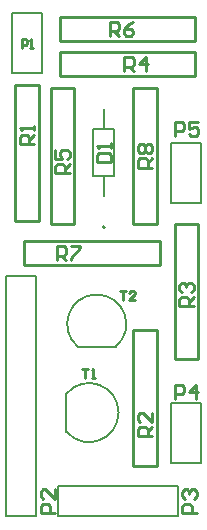
<source format=gto>
G04*
G04 #@! TF.GenerationSoftware,Altium Limited,Altium Designer,21.6.4 (81)*
G04*
G04 Layer_Color=65535*
%FSLAX44Y44*%
%MOMM*%
G71*
G04*
G04 #@! TF.SameCoordinates,B57D2F8B-4A7A-4E61-A793-557B7A210965*
G04*
G04*
G04 #@! TF.FilePolarity,Positive*
G04*
G01*
G75*
%ADD10C,0.2000*%
%ADD11C,0.1270*%
%ADD12C,0.2540*%
D10*
X91000Y254560D02*
G03*
X91000Y254560I-1000J0D01*
G01*
X100070Y153349D02*
G03*
X67930Y153349I-16070J19151D01*
G01*
X58349Y81430D02*
G03*
X58349Y113570I19151J16070D01*
G01*
X67930Y153349D02*
X100070D01*
X147300Y54800D02*
Y105600D01*
Y54800D02*
X172700D01*
Y105600D01*
X147300D02*
X172700D01*
X58349Y81430D02*
Y113570D01*
X172700Y274800D02*
Y325600D01*
X147300D02*
X172700D01*
X147300Y274800D02*
Y325600D01*
Y274800D02*
X172700D01*
X153100Y9800D02*
Y35200D01*
X51500Y9800D02*
X153100D01*
X51500Y35200D02*
X153100D01*
X51500Y9800D02*
Y35200D01*
X7300Y9800D02*
Y213000D01*
Y9800D02*
X32700D01*
Y213000D01*
X7300D02*
X32700D01*
X12300Y435600D02*
X37700D01*
Y384800D02*
Y435600D01*
X12300Y384800D02*
X37700D01*
X12300D02*
Y435600D01*
D11*
X81050Y297550D02*
Y337450D01*
X90000D01*
X98950D01*
Y297550D02*
Y337450D01*
X90000Y297550D02*
X98950D01*
X81050D02*
X90000D01*
Y337450D02*
Y354160D01*
Y280840D02*
Y297550D01*
D12*
X22500Y242500D02*
X137500D01*
Y222500D02*
Y242500D01*
X22500Y222500D02*
X137500D01*
X22500D02*
Y242500D01*
X115000Y52500D02*
X135000D01*
Y167500D01*
X115000D02*
X135000D01*
X115000Y52500D02*
Y167500D01*
Y257500D02*
Y372500D01*
X135000D01*
Y257500D02*
Y372500D01*
X115000Y257500D02*
X135000D01*
X65000D02*
Y372500D01*
X45000Y257500D02*
X65000D01*
X45000D02*
Y372500D01*
X65000D01*
X52500Y412500D02*
X167500D01*
X52500D02*
Y432500D01*
X167500D01*
Y412500D02*
Y432500D01*
X52500Y402500D02*
X167500D01*
Y382500D02*
Y402500D01*
X52500Y382500D02*
X167500D01*
X52500D02*
Y402500D01*
X15000Y375000D02*
X35000D01*
X15000Y260000D02*
Y375000D01*
Y260000D02*
X35000D01*
Y375000D01*
X150000Y142500D02*
X170000D01*
Y257500D01*
X150000D02*
X170000D01*
X150000Y142500D02*
Y257500D01*
X150003Y109002D02*
Y120998D01*
X156001D01*
X158001Y118999D01*
Y115000D01*
X156001Y113001D01*
X150003D01*
X167997Y109002D02*
Y120998D01*
X161999Y115000D01*
X169997D01*
X84002Y309503D02*
X95998D01*
Y315501D01*
X93999Y317500D01*
X86001D01*
X84002Y315501D01*
Y309503D01*
X95998Y321499D02*
Y325497D01*
Y323498D01*
X84002D01*
X86001Y321499D01*
X103336Y200499D02*
X108667D01*
X106001D01*
Y192501D01*
X116664D02*
X111333D01*
X116664Y197833D01*
Y199166D01*
X115332Y200499D01*
X112666D01*
X111333Y199166D01*
X71668Y134499D02*
X77000D01*
X74334D01*
Y126501D01*
X79666D02*
X82332D01*
X80999D01*
Y134499D01*
X79666Y133166D01*
X130998Y77503D02*
X119002D01*
Y83501D01*
X121001Y85501D01*
X125000D01*
X126999Y83501D01*
Y77503D01*
Y81502D02*
X130998Y85501D01*
Y97497D02*
Y89499D01*
X123001Y97497D01*
X121001D01*
X119002Y95497D01*
Y91499D01*
X121001Y89499D01*
X130998Y305003D02*
X119002D01*
Y311001D01*
X121001Y313001D01*
X125000D01*
X126999Y311001D01*
Y305003D01*
Y309002D02*
X130998Y313001D01*
X121001Y316999D02*
X119002Y318999D01*
Y322997D01*
X121001Y324997D01*
X123001D01*
X125000Y322997D01*
X126999Y324997D01*
X128999D01*
X130998Y322997D01*
Y318999D01*
X128999Y316999D01*
X126999D01*
X125000Y318999D01*
X123001Y316999D01*
X121001D01*
X125000Y318999D02*
Y322997D01*
X50003Y226502D02*
Y238498D01*
X56001D01*
X58001Y236499D01*
Y232500D01*
X56001Y230501D01*
X50003D01*
X54002D02*
X58001Y226502D01*
X61999Y238498D02*
X69997D01*
Y236499D01*
X61999Y228501D01*
Y226502D01*
X95003Y416502D02*
Y428498D01*
X101001D01*
X103001Y426499D01*
Y422500D01*
X101001Y420501D01*
X95003D01*
X99002D02*
X103001Y416502D01*
X114997Y428498D02*
X110998Y426499D01*
X106999Y422500D01*
Y418501D01*
X108999Y416502D01*
X112997D01*
X114997Y418501D01*
Y420501D01*
X112997Y422500D01*
X106999D01*
X60998Y300003D02*
X49002D01*
Y306001D01*
X51001Y308001D01*
X55000D01*
X56999Y306001D01*
Y300003D01*
Y304002D02*
X60998Y308001D01*
X49002Y319997D02*
Y311999D01*
X55000D01*
X53001Y315998D01*
Y317997D01*
X55000Y319997D01*
X58999D01*
X60998Y317997D01*
Y313999D01*
X58999Y311999D01*
X107503Y386502D02*
Y398498D01*
X113501D01*
X115501Y396499D01*
Y392500D01*
X113501Y390501D01*
X107503D01*
X111502D02*
X115501Y386502D01*
X125497D02*
Y398498D01*
X119499Y392500D01*
X127497D01*
X165998Y187503D02*
X154002D01*
Y193501D01*
X156001Y195501D01*
X160000D01*
X161999Y193501D01*
Y187503D01*
Y191502D02*
X165998Y195501D01*
X156001Y199499D02*
X154002Y201499D01*
Y205497D01*
X156001Y207497D01*
X158001D01*
X160000Y205497D01*
Y203498D01*
Y205497D01*
X161999Y207497D01*
X163999D01*
X165998Y205497D01*
Y201499D01*
X163999Y199499D01*
X30998Y324503D02*
X19002D01*
Y330501D01*
X21001Y332500D01*
X25000D01*
X26999Y330501D01*
Y324503D01*
Y328501D02*
X30998Y332500D01*
Y336499D02*
Y340497D01*
Y338498D01*
X19002D01*
X21001Y336499D01*
X150003Y331502D02*
Y343498D01*
X156001D01*
X158001Y341499D01*
Y337500D01*
X156001Y335501D01*
X150003D01*
X169997Y343498D02*
X161999D01*
Y337500D01*
X165998Y339499D01*
X167997D01*
X169997Y337500D01*
Y333501D01*
X167997Y331502D01*
X163999D01*
X161999Y333501D01*
X168498Y12503D02*
X156502D01*
Y18501D01*
X158501Y20501D01*
X162500D01*
X164499Y18501D01*
Y12503D01*
X158501Y24499D02*
X156502Y26499D01*
Y30497D01*
X158501Y32497D01*
X160501D01*
X162500Y30497D01*
Y28498D01*
Y30497D01*
X164499Y32497D01*
X166499D01*
X168498Y30497D01*
Y26499D01*
X166499Y24499D01*
X48498Y12503D02*
X36502D01*
Y18501D01*
X38501Y20501D01*
X42500D01*
X44499Y18501D01*
Y12503D01*
X48498Y32497D02*
Y24499D01*
X40501Y32497D01*
X38501D01*
X36502Y30497D01*
Y26499D01*
X38501Y24499D01*
X20335Y406501D02*
Y413499D01*
X23834D01*
X25000Y412333D01*
Y410000D01*
X23834Y408834D01*
X20335D01*
X27333Y406501D02*
X29665D01*
X28499D01*
Y413499D01*
X27333Y412333D01*
M02*

</source>
